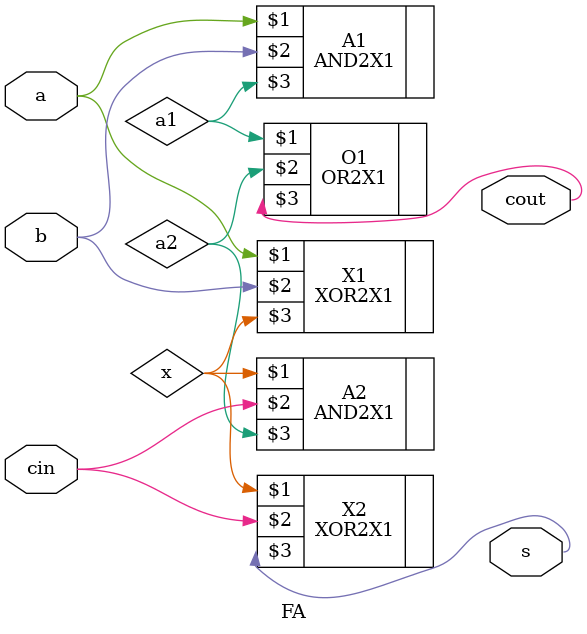
<source format=v>
`include "sample.v"

module Lab4(a, b, p);
	input [3:0] a, b;
	output [7:0] p;
	wire [3:0] w[0:4];
	wire [7:0] s[0:2];
	wire c[0:3];

	MUX_4bit M1(a, 4'b0000, b[0], w[0]);
	MUX_4bit M2(a, 4'b0000, b[1], w[1]);
	MUX_4bit M3(a, 4'b0000, b[2], w[2]);
	MUX_4bit M4(a, 4'b0000, b[3], w[3]);
	ADD_8bit A1({4'b0000, w[0]}, {3'b000, w[1], 1'b0}, 1'b0, s[0], c[0]);
	ADD_8bit A2(s[0], {2'b00, w[2], 2'b00}, 1'b0, s[1], c[1]);
	ADD_8bit A3(s[1], {1'b0, w[3], 3'b000}, 1'b0, p, c[2]);
endmodule

module ADD_8bit(a, b, cin, s, cout);
	input [7:0] a, b;
	input cin;
	output [7:0] s;
	output cout;
	wire c;

	ADD_4bit A1(a[3:0], b[3:0], cin, s[3:0], c);
	ADD_4bit A2(a[7:4], b[7:4], c, s[7:4], cout);
endmodule

module ADD_4bit(a, b, cin, s, cout);
	input [3:0] a, b;
	input cin;
	output [3:0] s;
	output cout;
	wire [3:1] c;

	FA FA1(a[0], b[0], cin, s[0], c[1]);
	FA FA2(a[1], b[1], c[1], s[1], c[2]);
	FA FA3(a[2], b[2], c[2], s[2], c[3]);
	FA FA4(a[3], b[3], c[3], s[3], cout);
endmodule

module MUX_4bit(a, b, sel, out);
	input [3:0] a, b;
	input sel;
	output [3:0] out;

	MUX M1(a[0], b[0], sel, out[0]);
	MUX M2(a[1], b[1], sel, out[1]);
	MUX M3(a[2], b[2], sel, out[2]);
	MUX M4(a[3], b[3], sel, out[3]);
endmodule

module MUX(a, b, sel, out);  // sel = 1 -> out = a
	input a, b, sel;
	output out;
	wire aa, ba;

	AND2X1 A1(a, sel, aa);
	AND2X1 A2(b, ~sel, ba);
	OR2X1 O1(aa, ba, out);
endmodule


module FA(a, b, cin, s, cout);
	input a, b, cin;
	output s, cout;
	wire x, a1, a2;

	XOR2X1 X1(a, b, x);
	XOR2X1 X2(x, cin, s);
	AND2X1 A1(a, b, a1);
	AND2X1 A2(x, cin, a2);
	OR2X1 O1(a1, a2, cout);
endmodule

</source>
